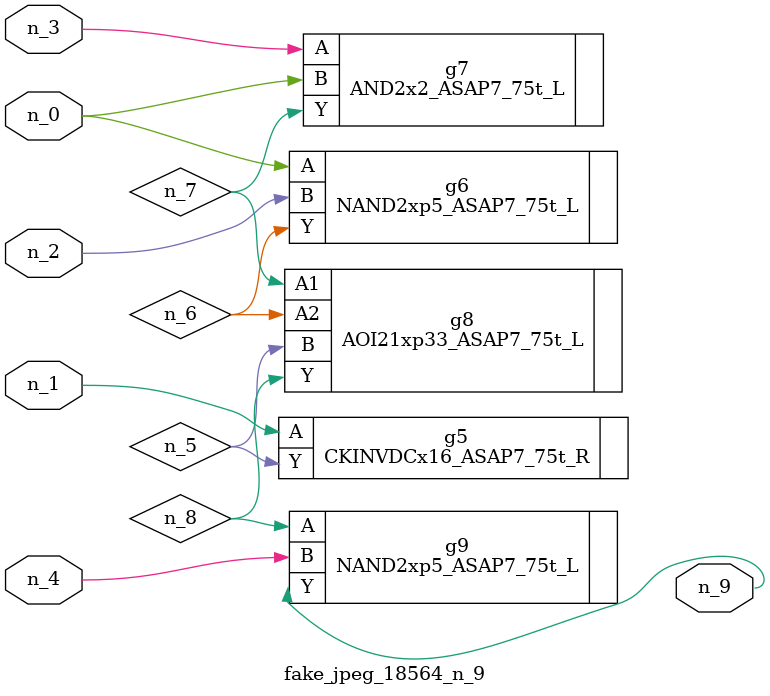
<source format=v>
module fake_jpeg_18564_n_9 (n_3, n_2, n_1, n_0, n_4, n_9);

input n_3;
input n_2;
input n_1;
input n_0;
input n_4;

output n_9;

wire n_8;
wire n_6;
wire n_5;
wire n_7;

CKINVDCx16_ASAP7_75t_R g5 ( 
.A(n_1),
.Y(n_5)
);

NAND2xp5_ASAP7_75t_L g6 ( 
.A(n_0),
.B(n_2),
.Y(n_6)
);

AND2x2_ASAP7_75t_L g7 ( 
.A(n_3),
.B(n_0),
.Y(n_7)
);

AOI21xp33_ASAP7_75t_L g8 ( 
.A1(n_7),
.A2(n_6),
.B(n_5),
.Y(n_8)
);

NAND2xp5_ASAP7_75t_L g9 ( 
.A(n_8),
.B(n_4),
.Y(n_9)
);


endmodule
</source>
